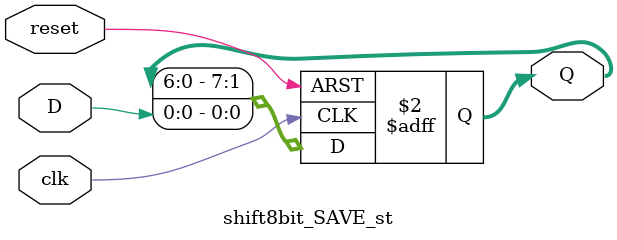
<source format=v>
module shift8bit_SAVE_st (input clk,input reset,input D, output reg [7:0] Q );
    always @(posedge clk or posedge reset) begin
        if (reset)
            Q <= 8'h00; 
        else
            Q <= {Q[6:0], D}; 
    end
endmodule


</source>
